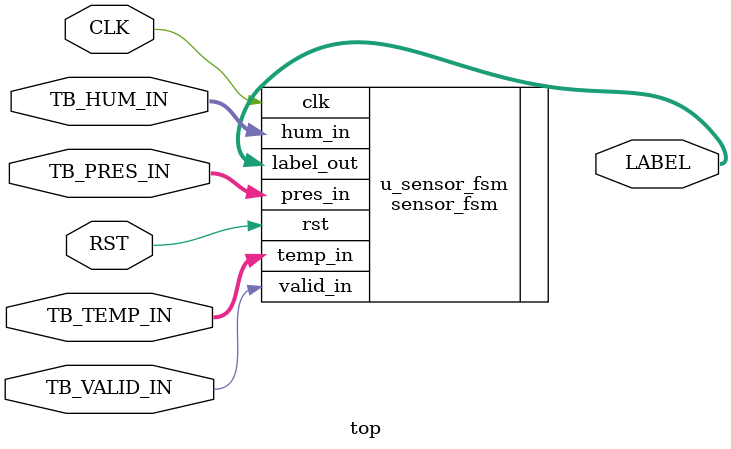
<source format=v>
`timescale 1ns / 1ps

module top (
    input  wire        CLK,
    input  wire        RST,
    input  wire [7:0]  TB_TEMP_IN,
    input  wire [7:0]  TB_HUM_IN,
    input  wire [7:0]  TB_PRES_IN,
    input  wire        TB_VALID_IN,
    output wire [2:0]  LABEL
);

    // Instantiate with CORRECT port names
    sensor_fsm u_sensor_fsm (
        .clk(CLK),
        .rst(RST),
        .temp_in(TB_TEMP_IN),     // NOT tb_temp_in
        .hum_in(TB_HUM_IN),       // NOT tb_hum_in
        .pres_in(TB_PRES_IN),     // NOT tb_pres_in
        .valid_in(TB_VALID_IN),   // NOT tb_valid_in
        .label_out(LABEL)         // NOT label
    );

endmodule
</source>
